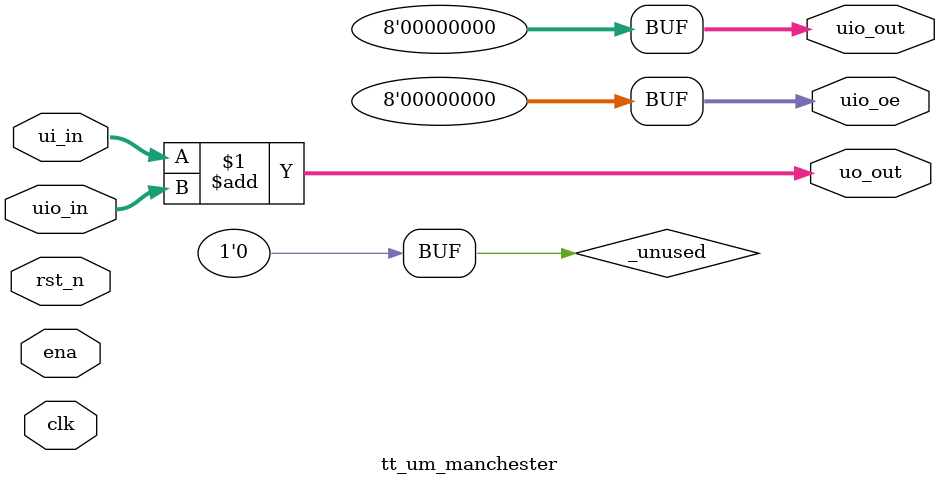
<source format=v>
/*
 * Copyright (c) 2024 Your Name
 * SPDX-License-Identifier: Apache-2.0
 */

`default_nettype none

module tt_um_manchester (
    input  wire [7:0] ui_in,    // Dedicated inputs
    output wire [7:0] uo_out,   // Dedicated outputs
    input  wire [7:0] uio_in,   // IOs: Input path
    output wire [7:0] uio_out,  // IOs: Output path
    output wire [7:0] uio_oe,   // IOs: Enable path (active high: 0=input, 1=output)
    input  wire       ena,      // always 1 when the design is powered, so you can ignore it
    input  wire       clk,      // clock
    input  wire       rst_n     // reset_n - low to reset
);

  // All output pins must be assigned. If not used, assign to 0.
  assign uo_out  = ui_in + uio_in;  // Example: ou_out is the sum of ui_in and uio_in
  assign uio_out = 0;
  assign uio_oe  = 0;

  // List all unused inputs to prevent warnings
  wire _unused = &{ena, clk, rst_n, 1'b0};

endmodule

</source>
